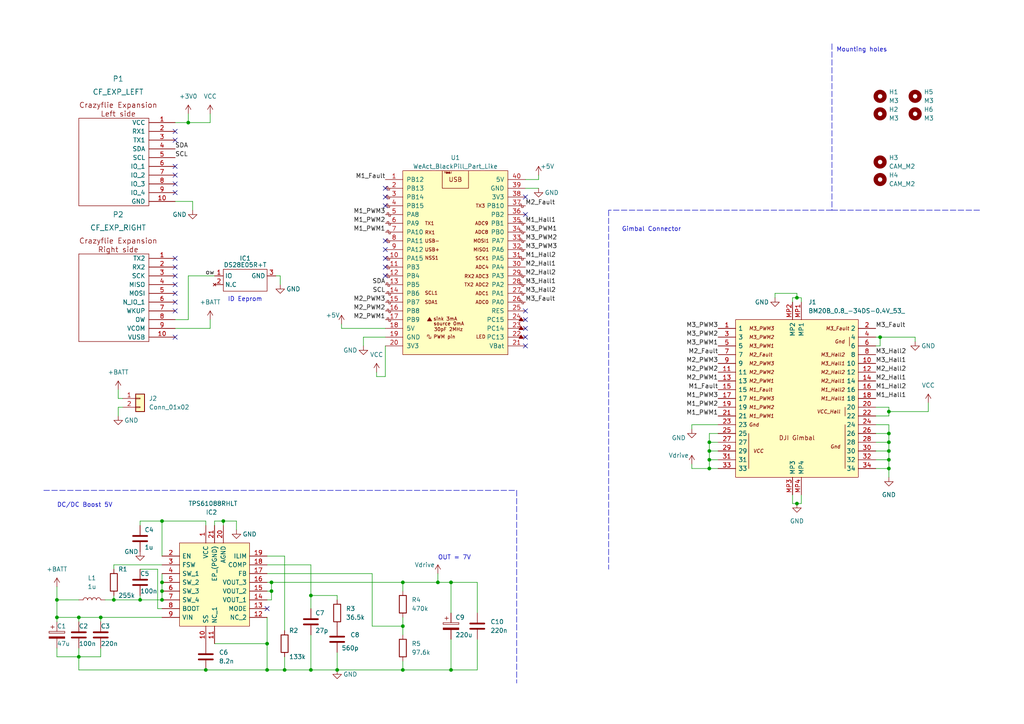
<source format=kicad_sch>
(kicad_sch (version 20211123) (generator eeschema)
  (paper "A4")
  (lib_symbols
    (symbol "Connector_Generic:Conn_01x02" (pin_names (offset 1.016) hide)
      (property "Reference" "J" (at 0 2.54 0))
      (property "Value" "Conn_01x02" (at 0 -5.08 0))
      (symbol "Conn_01x02_1_1"
        (pin passive line (at -5.08 0 0) (length 3.81) (name "Pin_1") (number "1"))
        (pin passive line (at -5.08 -2.54 0) (length 3.81) (name "Pin_2") (number "2"))
      )
    )
    (symbol "DJI_Gimbal:BM20B_0.8_-34DS-0.4V_53_" (pin_names (offset 0.762))
      (property "Reference" "J" (at -0.635 14.605 0))
      (property "Value" "BM20B_0.8_-34DS-0.4V_53_" (at -12.065 17.145 0))
      (symbol "BM20B_0.8_-34DS-0.4V_53__0_0"
        (text "DJI Gimbal" (at 0 -31.75 0) (effects (font (size 1.27 1.27))))
        (text "Gnd" (at -13.97 -27.94 0) (effects (font (size 1.016 1.016) italic) (justify left)))
        (text "Gnd" (at 12.7 -34.29 0) (effects (font (size 1.016 1.016) italic) (justify right)))
        (text "Gnd" (at 13.97 -3.81 0) (effects (font (size 1.016 1.016) italic) (justify right)))
        (text "M1_Fault" (at -13.97 -17.78 0) (effects (font (size 1.016 1.016) italic) (justify left)))
        (text "M1_Hall1" (at 13.97 -20.32 0) (effects (font (size 1.016 1.016) italic) (justify right)))
        (text "M1_Hall2" (at 13.97 -17.78 0) (effects (font (size 1.016 1.016) italic) (justify right)))
        (text "M1_PWM1" (at -13.97 -25.4 0) (effects (font (size 1.016 1.016) italic) (justify left)))
        (text "M1_PWM2" (at -13.97 -22.86 0) (effects (font (size 1.016 1.016) italic) (justify left)))
        (text "M1_PWM3" (at -13.97 -20.32 0) (effects (font (size 1.016 1.016) italic) (justify left)))
        (text "M2_Fault" (at -13.97 -7.62 0) (effects (font (size 1.016 1.016) italic) (justify left)))
        (text "M2_Hall1" (at 13.97 -15.24 0) (effects (font (size 1.016 1.016) italic) (justify right)))
        (text "M2_Hall2" (at 13.97 -12.7 0) (effects (font (size 1.016 1.016) italic) (justify right)))
        (text "M2_PWM1" (at -13.97 -15.24 0) (effects (font (size 1.016 1.016) italic) (justify left)))
        (text "M2_PWM2" (at -13.97 -12.7 0) (effects (font (size 1.016 1.016) italic) (justify left)))
        (text "M2_PWM3" (at -13.97 -10.16 0) (effects (font (size 1.016 1.016) italic) (justify left)))
        (text "M3_Fault" (at 15.24 0 0) (effects (font (size 1.016 1.016) italic) (justify right)))
        (text "M3_Hall1" (at 13.97 -10.16 0) (effects (font (size 1.016 1.016) italic) (justify right)))
        (text "M3_Hall2" (at 13.97 -7.62 0) (effects (font (size 1.016 1.016) italic) (justify right)))
        (text "M3_PWM1" (at -13.97 -5.08 0) (effects (font (size 1.016 1.016) italic) (justify left)))
        (text "M3_PWM2" (at -13.97 -2.54 0) (effects (font (size 1.016 1.016) italic) (justify left)))
        (text "M3_PWM3" (at -13.97 0 0) (effects (font (size 1.016 1.016) italic) (justify left)))
        (text "VCC" (at -12.7 -35.56 0) (effects (font (size 1.016 1.016) italic) (justify left)))
        (text "VCC_Hall" (at 12.7 -24.13 0) (effects (font (size 1.016 1.016) italic) (justify right)))
        (pin passive line (at -22.86 0 0) (length 5.08) (name "1") (number "1"))
        (pin passive line (at 22.86 -10.16 180) (length 5.08) (name "10") (number "10"))
        (pin passive line (at -22.86 -12.7 0) (length 5.08) (name "11") (number "11"))
        (pin passive line (at 22.86 -12.7 180) (length 5.08) (name "12") (number "12"))
        (pin passive line (at -22.86 -15.24 0) (length 5.08) (name "13") (number "13"))
        (pin passive line (at 22.86 -15.24 180) (length 5.08) (name "14") (number "14"))
        (pin passive line (at -22.86 -17.78 0) (length 5.08) (name "15") (number "15"))
        (pin passive line (at 22.86 -17.78 180) (length 5.08) (name "16") (number "16"))
        (pin passive line (at -22.86 -20.32 0) (length 5.08) (name "17") (number "17"))
        (pin passive line (at 22.86 -20.32 180) (length 5.08) (name "18") (number "18"))
        (pin passive line (at -22.86 -22.86 0) (length 5.08) (name "19") (number "19"))
        (pin passive line (at 22.86 0 180) (length 5.08) (name "2") (number "2"))
        (pin passive line (at 22.86 -22.86 180) (length 5.08) (name "20") (number "20"))
        (pin passive line (at -22.86 -25.4 0) (length 5.08) (name "21") (number "21"))
        (pin passive line (at 22.86 -25.4 180) (length 5.08) (name "22") (number "22"))
        (pin passive line (at -22.86 -27.94 0) (length 5.08) (name "23") (number "23"))
        (pin passive line (at 22.86 -27.94 180) (length 5.08) (name "24") (number "24"))
        (pin passive line (at -22.86 -30.48 0) (length 5.08) (name "25") (number "25"))
        (pin passive line (at 22.86 -30.48 180) (length 5.08) (name "26") (number "26"))
        (pin passive line (at -22.86 -33.02 0) (length 5.08) (name "27") (number "27"))
        (pin passive line (at 22.86 -33.02 180) (length 5.08) (name "28") (number "28"))
        (pin passive line (at -22.86 -35.56 0) (length 5.08) (name "29") (number "29"))
        (pin passive line (at -22.86 -2.54 0) (length 5.08) (name "3") (number "3"))
        (pin passive line (at 22.86 -35.56 180) (length 5.08) (name "30") (number "30"))
        (pin passive line (at -22.86 -38.1 0) (length 5.08) (name "31") (number "31"))
        (pin passive line (at 22.86 -38.1 180) (length 5.08) (name "32") (number "32"))
        (pin passive line (at -22.86 -40.64 0) (length 5.08) (name "33") (number "33"))
        (pin passive line (at 22.86 -40.64 180) (length 5.08) (name "34") (number "34"))
        (pin passive line (at 22.86 -2.54 180) (length 5.08) (name "4") (number "4"))
        (pin passive line (at -22.86 -5.08 0) (length 5.08) (name "5") (number "5"))
        (pin passive line (at 22.86 -5.08 180) (length 5.08) (name "6") (number "6"))
        (pin passive line (at -22.86 -7.62 0) (length 5.08) (name "7") (number "7"))
        (pin passive line (at 22.86 -7.62 180) (length 5.08) (name "8") (number "8"))
        (pin passive line (at -22.86 -10.16 0) (length 5.08) (name "9") (number "9"))
        (pin passive line (at 1.27 7.62 270) (length 5.08) (name "MP1") (number "MP1"))
        (pin passive line (at -1.27 7.62 270) (length 5.08) (name "MP2") (number "MP2"))
        (pin passive line (at -1.27 -48.26 90) (length 5.08) (name "MP3") (number "MP3"))
        (pin passive line (at 1.27 -48.26 90) (length 5.08) (name "MP4") (number "MP4"))
      )
    )
    (symbol "DJI_Gimbal:CF_EXP_LEFT" (pin_names (offset 1.016))
      (property "Reference" "P" (at 0 -13.97 0))
      (property "Value" "CF_EXP_LEFT" (at 0 -16.51 0))
      (symbol "CF_EXP_LEFT_0_0"
        (text "Crazyflie Expansion" (at 1.27 16.51 0) (effects (font (size 1.524 1.524))))
        (text "Left side" (at 1.27 13.97 0) (effects (font (size 1.524 1.524))))
      )
      (symbol "CF_EXP_LEFT_1_1"
        (pin power_out line (at 17.78 11.43 180) (length 7.62) (name "VCC") (number "1"))
        (pin power_out line (at 17.78 -11.43 180) (length 7.62) (name "GND") (number "10"))
        (pin bidirectional line (at 17.78 8.89 180) (length 7.62) (name "RX1") (number "2"))
        (pin bidirectional line (at 17.78 6.35 180) (length 7.62) (name "TX1") (number "3"))
        (pin output line (at 17.78 3.81 180) (length 7.62) (name "SDA") (number "4"))
        (pin bidirectional line (at 17.78 1.27 180) (length 7.62) (name "SCL") (number "5"))
        (pin bidirectional line (at 17.78 -1.27 180) (length 7.62) (name "IO_1") (number "6"))
        (pin bidirectional line (at 17.78 -3.81 180) (length 7.62) (name "IO_2") (number "7"))
        (pin bidirectional line (at 17.78 -6.35 180) (length 7.62) (name "IO_3") (number "8"))
        (pin bidirectional line (at 17.78 -8.89 180) (length 7.62) (name "IO_4") (number "9"))
      )
    )
    (symbol "DJI_Gimbal:CF_EXP_RIGHT" (pin_names (offset 1.016))
      (property "Reference" "P" (at 0 -13.97 0))
      (property "Value" "CF_EXP_RIGHT" (at 0 -16.51 0))
      (symbol "CF_EXP_RIGHT_0_0"
        (text "Crazyflie Expansion" (at 1.27 16.51 0) (effects (font (size 1.524 1.524))))
        (text "Right side" (at 1.27 13.97 0) (effects (font (size 1.524 1.524))))
      )
      (symbol "CF_EXP_RIGHT_1_1"
        (pin bidirectional line (at 17.78 11.43 180) (length 7.62) (name "TX2") (number "1"))
        (pin power_out line (at 17.78 -11.43 180) (length 7.62) (name "VUSB") (number "10"))
        (pin bidirectional line (at 17.78 8.89 180) (length 7.62) (name "RX2") (number "2"))
        (pin output line (at 17.78 6.35 180) (length 7.62) (name "SCK") (number "3"))
        (pin bidirectional line (at 17.78 3.81 180) (length 7.62) (name "MISO") (number "4"))
        (pin bidirectional line (at 17.78 1.27 180) (length 7.62) (name "MOSI") (number "5"))
        (pin bidirectional line (at 17.78 -1.27 180) (length 7.62) (name "N_IO_1") (number "6"))
        (pin bidirectional line (at 17.78 -3.81 180) (length 7.62) (name "WKUP") (number "7"))
        (pin bidirectional line (at 17.78 -6.35 180) (length 7.62) (name "OW") (number "8"))
        (pin power_out line (at 17.78 -8.89 180) (length 7.62) (name "VCOM") (number "9"))
      )
    )
    (symbol "DJI_Gimbal:DS28E05R+T"
      (property "Reference" "IC?" (at 0 5.08 0))
      (property "Value" "DS28E05R+T" (at 0 3.175 0))
      (symbol "DS28E05R+T_1_1"
        (pin bidirectional line (at -8.89 0 0) (length 2.54) (name "IO") (number "1"))
        (pin no_connect line (at -8.89 -2.54 0) (length 2.54) (name "N.C") (number "2"))
        (pin input line (at 8.89 0 180) (length 2.54) (name "GND") (number "3"))
      )
    )
    (symbol "DJI_Gimbal:TPS61088RHLT" (pin_names (offset 0.762))
      (property "Reference" "IC" (at 26.67 22.86 0))
      (property "Value" "TPS61088RHLT" (at 26.67 20.32 0))
      (symbol "TPS61088RHLT_0_0"
        (pin passive line (at 12.7 8.89 270) (length 5.08) (name "VCC") (number "1"))
        (pin passive line (at 12.7 -25.4 90) (length 5.08) (name "SS") (number "10"))
        (pin passive line (at 15.24 -25.4 90) (length 5.08) (name "NC_1") (number "11"))
        (pin passive line (at 30.48 -17.78 180) (length 5.08) (name "NC_2") (number "12"))
        (pin passive line (at 30.48 -15.24 180) (length 5.08) (name "MODE") (number "13"))
        (pin passive line (at 30.48 -12.7 180) (length 5.08) (name "VOUT_1") (number "14"))
        (pin passive line (at 30.48 -10.16 180) (length 5.08) (name "VOUT_2") (number "15"))
        (pin passive line (at 30.48 -7.62 180) (length 5.08) (name "VOUT_3") (number "16"))
        (pin passive line (at 30.48 -5.08 180) (length 5.08) (name "FB") (number "17"))
        (pin passive line (at 30.48 -2.54 180) (length 5.08) (name "COMP") (number "18"))
        (pin passive line (at 30.48 0 180) (length 5.08) (name "ILIM") (number "19"))
        (pin passive line (at 0 0 0) (length 5.08) (name "EN") (number "2"))
        (pin passive line (at 17.78 8.89 270) (length 5.08) (name "AGND") (number "20"))
        (pin passive line (at 15.24 8.89 270) (length 5.08) (name "EP_(PGND)") (number "21"))
        (pin passive line (at 0 -2.54 0) (length 5.08) (name "FSW") (number "3"))
        (pin passive line (at 0 -5.08 0) (length 5.08) (name "SW_1") (number "4"))
        (pin passive line (at 0 -7.62 0) (length 5.08) (name "SW_2") (number "5"))
        (pin passive line (at 0 -10.16 0) (length 5.08) (name "SW_3") (number "6"))
        (pin passive line (at 0 -12.7 0) (length 5.08) (name "SW_4") (number "7"))
        (pin passive line (at 0 -15.24 0) (length 5.08) (name "BOOT") (number "8"))
        (pin passive line (at 0 -17.78 0) (length 5.08) (name "VIN") (number "9"))
      )
    )
    (symbol "DJI_Gimbal:WeAct_BlackPill_Part_Like" (pin_names (offset 1.016))
      (property "Reference" "U" (at -12.7 27.94 0))
      (property "Value" "WeAct_BlackPill_Part_Like" (at 0 2.54 90))
      (symbol "WeAct_BlackPill_Part_Like_0_0"
        (text "30pF 2MHz" (at -2.032 -20.574 0) (effects (font (size 0.9906 0.9906))))
        (text "ADC0" (at 7.747 -12.7 0) (effects (font (size 0.9906 0.9906))))
        (text "ADC1" (at 7.747 -10.16 0) (effects (font (size 0.9906 0.9906))))
        (text "ADC2" (at 7.747 -7.62 0) (effects (font (size 0.9906 0.9906))))
        (text "ADC3" (at 7.747 -5.207 0) (effects (font (size 0.9906 0.9906))))
        (text "ADC4" (at 7.747 -2.54 0) (effects (font (size 0.9906 0.9906))))
        (text "ADC8" (at 7.62 7.62 0) (effects (font (size 0.9906 0.9906))))
        (text "ADC9" (at 7.62 10.16 0) (effects (font (size 0.9906 0.9906))))
        (text "LED" (at 7.366 -22.733 0) (effects (font (size 0.9906 0.9906))))
        (text "MISO1" (at 7.493 2.54 0) (effects (font (size 0.9906 0.9906))))
        (text "MOSI1" (at 7.493 5.08 0) (effects (font (size 0.9906 0.9906))))
        (text "NSS1" (at -6.858 0.127 0) (effects (font (size 0.9906 0.9906))))
        (text "PWM pin" (at -3.175 -22.733 0) (effects (font (size 0.9906 0.9906))))
        (text "RX1" (at -7.366 7.493 0) (effects (font (size 0.9906 0.9906))))
        (text "RX2" (at 4.064 -5.207 0) (effects (font (size 0.9906 0.9906))))
        (text "SCK1" (at 7.747 0 0) (effects (font (size 0.9906 0.9906))))
        (text "SCL1" (at -6.985 -10.033 0) (effects (font (size 0.9906 0.9906))))
        (text "SDA1" (at -6.985 -12.7 0) (effects (font (size 0.9906 0.9906))))
        (text "sink 3mA" (at -2.921 -17.526 0) (effects (font (size 0.9906 0.9906))))
        (text "source 0mA" (at -1.905 -18.923 0) (effects (font (size 0.9906 0.9906))))
        (text "TX1" (at -7.493 10.16 0) (effects (font (size 0.9906 0.9906))))
        (text "TX2" (at 3.937 -7.62 0) (effects (font (size 0.9906 0.9906))))
        (text "TX3" (at 7.239 15.24 0) (effects (font (size 0.9906 0.9906))))
        (text "USB" (at 0 22.86 0) (effects (font (size 1.27 1.27))))
        (text "USB+" (at -6.731 2.54 0) (effects (font (size 0.9906 0.9906))))
        (text "USB-" (at -6.731 5.08 0) (effects (font (size 0.9906 0.9906))))
        (text "Y@@J" (at -2.159 24.892 0) (effects (font (size 0.508 0.508))))
      )
      (symbol "WeAct_BlackPill_Part_Like_1_1"
        (pin bidirectional line (at -20.32 22.86 0) (length 5.08) (name "PB12") (number "1"))
        (pin bidirectional line (at -20.32 0 0) (length 5.08) (name "PA15") (number "10"))
        (pin bidirectional line (at -20.32 -2.54 0) (length 5.08) (name "PB3") (number "11"))
        (pin bidirectional line (at -20.32 -5.08 0) (length 5.08) (name "PB4") (number "12"))
        (pin bidirectional line (at -20.32 -7.62 0) (length 5.08) (name "PB5") (number "13"))
        (pin bidirectional line (at -20.32 -10.16 0) (length 5.08) (name "PB6") (number "14"))
        (pin bidirectional line (at -20.32 -12.7 0) (length 5.08) (name "PB7") (number "15"))
        (pin bidirectional line (at -20.32 -15.24 0) (length 5.08) (name "PB8") (number "16"))
        (pin bidirectional line (at -20.32 -17.78 0) (length 5.08) (name "PB9") (number "17"))
        (pin power_in line (at -20.32 -20.32 0) (length 5.08) (name "5V") (number "18"))
        (pin power_in line (at -20.32 -22.86 0) (length 5.08) (name "GND") (number "19"))
        (pin bidirectional line (at -20.32 20.32 0) (length 5.08) (name "PB13") (number "2"))
        (pin power_in line (at -20.32 -25.4 0) (length 5.08) (name "3V3") (number "20"))
        (pin power_in line (at 20.32 -25.4 180) (length 5.08) (name "VBat") (number "21"))
        (pin bidirectional line (at 20.32 -22.86 180) (length 5.08) (name "PC13") (number "22"))
        (pin bidirectional line (at 20.32 -20.32 180) (length 5.08) (name "PC14") (number "23"))
        (pin bidirectional line (at 20.32 -17.78 180) (length 5.08) (name "PC15") (number "24"))
        (pin input line (at 20.32 -15.24 180) (length 5.08) (name "RES") (number "25"))
        (pin bidirectional line (at 20.32 -12.7 180) (length 5.08) (name "PA0") (number "26"))
        (pin bidirectional line (at 20.32 -10.16 180) (length 5.08) (name "PA1") (number "27"))
        (pin bidirectional line (at 20.32 -7.62 180) (length 5.08) (name "PA2") (number "28"))
        (pin bidirectional line (at 20.32 -5.08 180) (length 5.08) (name "PA3") (number "29"))
        (pin bidirectional line (at -20.32 17.78 0) (length 5.08) (name "PB14") (number "3"))
        (pin bidirectional line (at 20.32 -2.54 180) (length 5.08) (name "PA4") (number "30"))
        (pin bidirectional line (at 20.32 0 180) (length 5.08) (name "PA5") (number "31"))
        (pin bidirectional line (at 20.32 2.54 180) (length 5.08) (name "PA6") (number "32"))
        (pin bidirectional line (at 20.32 5.08 180) (length 5.08) (name "PA7") (number "33"))
        (pin bidirectional line (at 20.32 7.62 180) (length 5.08) (name "PB0") (number "34"))
        (pin bidirectional line (at 20.32 10.16 180) (length 5.08) (name "PB1") (number "35"))
        (pin bidirectional line (at 20.32 12.7 180) (length 5.08) (name "PB2") (number "36"))
        (pin bidirectional line (at 20.32 15.24 180) (length 5.08) (name "PB10") (number "37"))
        (pin power_in line (at 20.32 17.78 180) (length 5.08) (name "3V3") (number "38"))
        (pin power_in line (at 20.32 20.32 180) (length 5.08) (name "GND") (number "39"))
        (pin bidirectional line (at -20.32 15.24 0) (length 5.08) (name "PB15") (number "4"))
        (pin power_in line (at 20.32 22.86 180) (length 5.08) (name "5V") (number "40"))
        (pin bidirectional line (at -20.32 12.7 0) (length 5.08) (name "PA8") (number "5"))
        (pin bidirectional line (at -20.32 10.16 0) (length 5.08) (name "PA9") (number "6"))
        (pin bidirectional line (at -20.32 7.62 0) (length 5.08) (name "PA10") (number "7"))
        (pin bidirectional line (at -20.32 5.08 0) (length 5.08) (name "PA11") (number "8"))
        (pin bidirectional line (at -20.32 2.54 0) (length 5.08) (name "PA12") (number "9"))
      )
    )
    (symbol "Device:C" (pin_numbers hide) (pin_names (offset 0.254))
      (property "Reference" "C" (at 0.635 2.54 0))
      (property "Value" "C" (at 0.635 -2.54 0))
      (symbol "C_1_1"
        (pin passive line (at 0 3.81 270) (length 2.794) (name "~") (number "1"))
        (pin passive line (at 0 -3.81 90) (length 2.794) (name "~") (number "2"))
      )
    )
    (symbol "Device:C_Polarized" (pin_numbers hide) (pin_names (offset 0.254))
      (property "Reference" "C" (at 0.635 2.54 0))
      (property "Value" "C_Polarized" (at 0.635 -2.54 0))
      (symbol "C_Polarized_1_1"
        (pin passive line (at 0 3.81 270) (length 2.794) (name "~") (number "1"))
        (pin passive line (at 0 -3.81 90) (length 2.794) (name "~") (number "2"))
      )
    )
    (symbol "Device:L" (pin_numbers hide) (pin_names (offset 1.016) hide)
      (property "Reference" "L" (at -1.27 0 90))
      (property "Value" "L" (at 1.905 0 90))
      (symbol "L_1_1"
        (pin passive line (at 0 3.81 270) (length 1.27) (name "1") (number "1"))
        (pin passive line (at 0 -3.81 90) (length 1.27) (name "2") (number "2"))
      )
    )
    (symbol "Device:R" (pin_numbers hide) (pin_names (offset 0))
      (property "Reference" "R" (at 2.032 0 90))
      (property "Value" "R" (at 0 0 90))
      (symbol "R_1_1"
        (pin passive line (at 0 3.81 270) (length 1.27) (name "~") (number "1"))
        (pin passive line (at 0 -3.81 90) (length 1.27) (name "~") (number "2"))
      )
    )
    (symbol "Mechanical:MountingHole" (pin_names (offset 1.016))
      (property "Reference" "H" (at 0 5.08 0))
      (property "Value" "MountingHole" (at 0 3.175 0))
    )
    (symbol "power:+3V0" (power) (pin_names (offset 0))
      (property "Value" "+3V0" (at 0 3.556 0))
      (symbol "+3V0_1_1"
        (pin power_in line (at 0 0 90) (length 0) hide (name "+3V0") (number "1"))
      )
    )
    (symbol "power:+5V" (power) (pin_names (offset 0))
      (property "Value" "+5V" (at 0 3.556 0))
      (symbol "+5V_1_1"
        (pin power_in line (at 0 0 90) (length 0) hide (name "+5V") (number "1"))
      )
    )
    (symbol "power:+BATT" (power) (pin_names (offset 0))
      (property "Value" "+BATT" (at 0 3.556 0))
      (symbol "+BATT_1_1"
        (pin power_in line (at 0 0 90) (length 0) hide (name "+BATT") (number "1"))
      )
    )
    (symbol "power:GND" (power) (pin_names (offset 0))
      (property "Value" "GND" (at 0 -3.81 0))
      (symbol "GND_1_1"
        (pin power_in line (at 0 0 270) (length 0) hide (name "GND") (number "1"))
      )
    )
    (symbol "power:VCC" (power) (pin_names (offset 0))
      (property "Value" "VCC" (at 0 3.81 0))
      (symbol "VCC_1_1"
        (pin power_in line (at 0 0 90) (length 0) hide (name "VCC") (number "1"))
      )
    )
    (symbol "power:Vdrive" (power) (pin_names (offset 0))
      (property "Value" "Vdrive" (at 0 3.81 0))
      (symbol "Vdrive_1_1"
        (pin power_in line (at 0 0 90) (length 0) hide (name "Vdrive") (number "1"))
      )
    )
  )
  (junction (at 116.84 194.31))
  (junction (at 130.81 168.91))
  (junction (at 205.74 130.81))
  (junction (at 54.61 35.56))
  (junction (at 16.51 179.07))
  (junction (at 78.74 168.91))
  (junction (at 22.86 190.5))
  (junction (at 130.81 194.31))
  (junction (at 59.69 194.31))
  (junction (at 257.81 128.27))
  (junction (at 90.17 172.72))
  (junction (at 29.21 179.07))
  (junction (at 231.14 146.05))
  (junction (at 257.81 133.35))
  (junction (at 46.99 171.45))
  (junction (at 46.99 151.13))
  (junction (at 82.55 194.31))
  (junction (at 46.99 168.91))
  (junction (at 46.99 173.99))
  (junction (at 205.74 128.27))
  (junction (at 33.02 173.99))
  (junction (at 90.17 194.31))
  (junction (at 77.47 186.69))
  (junction (at 22.86 179.07))
  (junction (at 97.79 194.31))
  (junction (at 78.74 171.45))
  (junction (at 205.74 135.89))
  (junction (at 257.81 125.73))
  (junction (at 257.81 130.81))
  (junction (at 257.81 119.38))
  (junction (at 64.77 151.13))
  (junction (at 127 168.91))
  (junction (at 116.84 181.61))
  (junction (at 205.74 133.35))
  (junction (at 231.14 86.36))
  (junction (at 16.51 173.99))
  (junction (at 255.27 97.79))
  (junction (at 116.84 168.91))
  (junction (at 257.81 135.89))
  (junction (at 77.47 194.31))
  (junction (at 40.64 173.99))
  (no_connect (at 152.4 100.33))
  (no_connect (at 111.76 74.93))
  (no_connect (at 111.76 77.47))
  (no_connect (at 111.76 69.85))
  (no_connect (at 111.76 72.39))
  (no_connect (at 111.76 80.01))
  (no_connect (at 50.8 48.26))
  (no_connect (at 50.8 50.8))
  (no_connect (at 50.8 53.34))
  (no_connect (at 50.8 55.88))
  (no_connect (at 50.8 38.1))
  (no_connect (at 50.8 40.64))
  (no_connect (at 111.76 54.61))
  (no_connect (at 111.76 57.15))
  (no_connect (at 111.76 59.69))
  (no_connect (at 152.4 57.15))
  (no_connect (at 152.4 62.23))
  (no_connect (at 152.4 90.17))
  (no_connect (at 152.4 97.79))
  (no_connect (at 50.8 97.79))
  (no_connect (at 77.47 176.53))
  (no_connect (at 50.8 77.47))
  (no_connect (at 50.8 80.01))
  (no_connect (at 50.8 82.55))
  (no_connect (at 50.8 85.09))
  (no_connect (at 50.8 87.63))
  (no_connect (at 50.8 90.17))
  (no_connect (at 50.8 74.93))
  (no_connect (at 152.4 95.25))
  (no_connect (at 152.4 92.71))
  (wire (pts (xy 16.51 173.99) (xy 22.86 173.99)))
  (wire (pts (xy 254 123.19) (xy 257.81 123.19)))
  (wire (pts (xy 257.81 133.35) (xy 257.81 135.89)))
  (wire (pts (xy 77.47 179.07) (xy 77.47 186.69)))
  (wire (pts (xy 205.74 128.27) (xy 205.74 130.81)))
  (wire (pts (xy 90.17 184.15) (xy 90.17 194.31)))
  (wire (pts (xy 77.47 168.91) (xy 78.74 168.91)))
  (wire (pts (xy 130.81 168.91) (xy 127 168.91)))
  (wire (pts (xy 22.86 190.5) (xy 16.51 190.5)))
  (wire (pts (xy 229.87 146.05) (xy 231.14 146.05)))
  (wire (pts (xy 265.43 99.06) (xy 265.43 97.79)))
  (wire (pts (xy 116.84 168.91) (xy 116.84 171.45)))
  (wire (pts (xy 40.64 151.13) (xy 46.99 151.13)))
  (wire (pts (xy 127 166.37) (xy 127 168.91)))
  (wire (pts (xy 77.47 171.45) (xy 78.74 171.45)))
  (wire (pts (xy 224.79 85.09) (xy 231.14 85.09)))
  (wire (pts (xy 254 133.35) (xy 257.81 133.35)))
  (wire (pts (xy 257.81 119.38) (xy 257.81 120.65)))
  (wire (pts (xy 60.96 35.56) (xy 54.61 35.56)))
  (wire (pts (xy 130.81 185.42) (xy 130.81 194.31)))
  (wire (pts (xy 60.96 92.71) (xy 60.96 95.25)))
  (wire (pts (xy 82.55 161.29) (xy 77.47 161.29)))
  (wire (pts (xy 59.69 151.13) (xy 46.99 151.13)))
  (wire (pts (xy 107.95 181.61) (xy 116.84 181.61)))
  (wire (pts (xy 22.86 180.34) (xy 22.86 179.07)))
  (wire (pts (xy 82.55 194.31) (xy 77.47 194.31)))
  (wire (pts (xy 97.79 172.72) (xy 97.79 173.99)))
  (wire (pts (xy 255.27 97.79) (xy 255.27 100.33)))
  (wire (pts (xy 60.96 95.25) (xy 50.8 95.25)))
  (wire (pts (xy 254 118.11) (xy 257.81 118.11)))
  (wire (pts (xy 229.87 87.63) (xy 229.87 86.36)))
  (wire (pts (xy 254 130.81) (xy 257.81 130.81)))
  (wire (pts (xy 22.86 190.5) (xy 22.86 194.31)))
  (wire (pts (xy 33.02 165.1) (xy 33.02 163.83)))
  (wire (pts (xy 46.99 171.45) (xy 46.99 173.99)))
  (wire (pts (xy 68.58 153.67) (xy 68.58 151.13)))
  (wire (pts (xy 156.21 50.8) (xy 156.21 52.07)))
  (wire (pts (xy 116.84 194.31) (xy 130.81 194.31)))
  (wire (pts (xy 99.06 93.98) (xy 99.06 95.25)))
  (wire (pts (xy 46.99 176.53) (xy 45.72 176.53)))
  (wire (pts (xy 254 97.79) (xy 255.27 97.79)))
  (wire (pts (xy 80.01 80.01) (xy 81.28 80.01)))
  (wire (pts (xy 107.95 166.37) (xy 107.95 181.61)))
  (wire (pts (xy 62.23 152.4) (xy 62.23 151.13)))
  (wire (pts (xy 229.87 86.36) (xy 231.14 86.36)))
  (wire (pts (xy 40.64 173.99) (xy 46.99 173.99)))
  (wire (pts (xy 30.48 173.99) (xy 33.02 173.99)))
  (wire (pts (xy 105.41 97.79) (xy 111.76 97.79)))
  (wire (pts (xy 111.76 100.33) (xy 111.76 109.22)))
  (wire (pts (xy 205.74 133.35) (xy 208.28 133.35)))
  (wire (pts (xy 78.74 168.91) (xy 78.74 171.45)))
  (wire (pts (xy 77.47 186.69) (xy 62.23 186.69)))
  (wire (pts (xy 229.87 143.51) (xy 229.87 146.05)))
  (wire (pts (xy 231.14 85.09) (xy 231.14 86.36)))
  (wire (pts (xy 130.81 168.91) (xy 130.81 177.8)))
  (polyline (pts (xy 176.53 60.96) (xy 176.53 165.1)))
  (wire (pts (xy 78.74 171.45) (xy 78.74 173.99)))
  (wire (pts (xy 59.69 152.4) (xy 59.69 151.13)))
  (wire (pts (xy 257.81 128.27) (xy 257.81 130.81)))
  (wire (pts (xy 59.69 194.31) (xy 77.47 194.31)))
  (wire (pts (xy 97.79 194.31) (xy 116.84 194.31)))
  (wire (pts (xy 54.61 80.01) (xy 62.23 80.01)))
  (wire (pts (xy 82.55 190.5) (xy 82.55 194.31)))
  (wire (pts (xy 205.74 130.81) (xy 205.74 133.35)))
  (wire (pts (xy 269.24 116.84) (xy 269.24 119.38)))
  (wire (pts (xy 265.43 97.79) (xy 255.27 97.79)))
  (wire (pts (xy 81.28 80.01) (xy 81.28 82.55)))
  (wire (pts (xy 55.88 58.42) (xy 55.88 60.96)))
  (wire (pts (xy 62.23 151.13) (xy 64.77 151.13)))
  (wire (pts (xy 68.58 151.13) (xy 64.77 151.13)))
  (wire (pts (xy 16.51 190.5) (xy 16.51 187.96)))
  (wire (pts (xy 22.86 190.5) (xy 29.21 190.5)))
  (wire (pts (xy 60.96 33.02) (xy 60.96 35.56)))
  (wire (pts (xy 138.43 168.91) (xy 130.81 168.91)))
  (wire (pts (xy 29.21 180.34) (xy 29.21 179.07)))
  (wire (pts (xy 200.66 135.89) (xy 205.74 135.89)))
  (wire (pts (xy 90.17 172.72) (xy 97.79 172.72)))
  (wire (pts (xy 46.99 166.37) (xy 46.99 168.91)))
  (wire (pts (xy 16.51 179.07) (xy 16.51 180.34)))
  (wire (pts (xy 40.64 152.4) (xy 40.64 151.13)))
  (wire (pts (xy 257.81 135.89) (xy 257.81 138.43)))
  (wire (pts (xy 116.84 168.91) (xy 127 168.91)))
  (wire (pts (xy 78.74 168.91) (xy 116.84 168.91)))
  (wire (pts (xy 45.72 165.1) (xy 40.64 165.1)))
  (polyline (pts (xy 241.3 12.7) (xy 241.3 60.96)))
  (wire (pts (xy 232.41 86.36) (xy 232.41 87.63)))
  (polyline (pts (xy 241.3 60.96) (xy 284.48 60.96)))
  (wire (pts (xy 34.29 118.11) (xy 35.56 118.11)))
  (wire (pts (xy 77.47 186.69) (xy 77.47 194.31)))
  (wire (pts (xy 208.28 125.73) (xy 205.74 125.73)))
  (polyline (pts (xy 149.86 142.24) (xy 149.86 198.12)))
  (wire (pts (xy 255.27 100.33) (xy 254 100.33)))
  (wire (pts (xy 33.02 163.83) (xy 46.99 163.83)))
  (wire (pts (xy 269.24 119.38) (xy 257.81 119.38)))
  (wire (pts (xy 205.74 125.73) (xy 205.74 128.27)))
  (wire (pts (xy 254 125.73) (xy 257.81 125.73)))
  (wire (pts (xy 34.29 115.57) (xy 35.56 115.57)))
  (wire (pts (xy 16.51 173.99) (xy 16.51 179.07)))
  (wire (pts (xy 50.8 35.56) (xy 54.61 35.56)))
  (wire (pts (xy 254 128.27) (xy 257.81 128.27)))
  (wire (pts (xy 29.21 187.96) (xy 29.21 190.5)))
  (wire (pts (xy 40.64 172.72) (xy 40.64 173.99)))
  (wire (pts (xy 257.81 125.73) (xy 257.81 128.27)))
  (wire (pts (xy 200.66 124.46) (xy 200.66 123.19)))
  (wire (pts (xy 257.81 118.11) (xy 257.81 119.38)))
  (polyline (pts (xy 241.3 60.96) (xy 176.53 60.96)))
  (wire (pts (xy 99.06 95.25) (xy 111.76 95.25)))
  (wire (pts (xy 46.99 168.91) (xy 46.99 171.45)))
  (wire (pts (xy 54.61 80.01) (xy 54.61 92.71)))
  (wire (pts (xy 257.81 135.89) (xy 254 135.89)))
  (wire (pts (xy 46.99 151.13) (xy 46.99 161.29)))
  (wire (pts (xy 116.84 191.77) (xy 116.84 194.31)))
  (wire (pts (xy 22.86 194.31) (xy 59.69 194.31)))
  (wire (pts (xy 152.4 54.61) (xy 156.21 54.61)))
  (wire (pts (xy 33.02 173.99) (xy 40.64 173.99)))
  (wire (pts (xy 105.41 100.33) (xy 105.41 97.79)))
  (wire (pts (xy 205.74 130.81) (xy 208.28 130.81)))
  (wire (pts (xy 205.74 128.27) (xy 208.28 128.27)))
  (wire (pts (xy 138.43 177.8) (xy 138.43 168.91)))
  (wire (pts (xy 200.66 123.19) (xy 208.28 123.19)))
  (wire (pts (xy 29.21 179.07) (xy 46.99 179.07)))
  (wire (pts (xy 22.86 179.07) (xy 16.51 179.07)))
  (wire (pts (xy 33.02 172.72) (xy 33.02 173.99)))
  (wire (pts (xy 205.74 135.89) (xy 208.28 135.89)))
  (wire (pts (xy 97.79 189.23) (xy 97.79 194.31)))
  (wire (pts (xy 138.43 185.42) (xy 138.43 194.31)))
  (wire (pts (xy 77.47 166.37) (xy 107.95 166.37)))
  (wire (pts (xy 200.66 134.62) (xy 200.66 135.89)))
  (wire (pts (xy 90.17 176.53) (xy 90.17 172.72)))
  (wire (pts (xy 205.74 133.35) (xy 205.74 135.89)))
  (wire (pts (xy 34.29 113.03) (xy 34.29 115.57)))
  (wire (pts (xy 22.86 187.96) (xy 22.86 190.5)))
  (wire (pts (xy 54.61 35.56) (xy 54.61 33.02)))
  (wire (pts (xy 90.17 163.83) (xy 90.17 172.72)))
  (wire (pts (xy 34.29 120.65) (xy 34.29 118.11)))
  (wire (pts (xy 82.55 182.88) (xy 82.55 161.29)))
  (wire (pts (xy 16.51 170.18) (xy 16.51 173.99)))
  (wire (pts (xy 224.79 86.36) (xy 224.79 85.09)))
  (polyline (pts (xy 12.7 142.24) (xy 149.86 142.24)))
  (wire (pts (xy 45.72 176.53) (xy 45.72 165.1)))
  (wire (pts (xy 77.47 173.99) (xy 78.74 173.99)))
  (wire (pts (xy 90.17 194.31) (xy 82.55 194.31)))
  (wire (pts (xy 109.22 109.22) (xy 109.22 107.95)))
  (wire (pts (xy 111.76 109.22) (xy 109.22 109.22)))
  (wire (pts (xy 64.77 151.13) (xy 64.77 152.4)))
  (wire (pts (xy 130.81 194.31) (xy 138.43 194.31)))
  (wire (pts (xy 231.14 86.36) (xy 232.41 86.36)))
  (wire (pts (xy 50.8 58.42) (xy 55.88 58.42)))
  (wire (pts (xy 257.81 120.65) (xy 254 120.65)))
  (wire (pts (xy 156.21 52.07) (xy 152.4 52.07)))
  (wire (pts (xy 97.79 194.31) (xy 90.17 194.31)))
  (wire (pts (xy 116.84 181.61) (xy 116.84 184.15)))
  (wire (pts (xy 257.81 130.81) (xy 257.81 133.35)))
  (wire (pts (xy 231.14 146.05) (xy 232.41 146.05)))
  (wire (pts (xy 232.41 146.05) (xy 232.41 143.51)))
  (wire (pts (xy 77.47 163.83) (xy 90.17 163.83)))
  (wire (pts (xy 29.21 179.07) (xy 22.86 179.07)))
  (wire (pts (xy 116.84 179.07) (xy 116.84 181.61)))
  (wire (pts (xy 257.81 123.19) (xy 257.81 125.73)))
  (wire (pts (xy 50.8 92.71) (xy 54.61 92.71)))
  (text "Mounting holes" (at 242.57 15.24 0) (effects (font (size 1.27 1.27)) (justify left bottom)))
  (text "DC/DC Boost 5V" (at 16.51 147.32 0) (effects (font (size 1.27 1.27)) (justify left bottom)))
  (text "ID Eeprom" (at 66.04 87.63 0) (effects (font (size 1.27 1.27)) (justify left bottom)))
  (text "OUT = 7V\n" (at 127 162.56 0) (effects (font (size 1.27 1.27)) (justify left bottom)))
  (text "Gimbal Connector" (at 180.34 67.31 0) (effects (font (size 1.27 1.27)) (justify left bottom)))
  (label "M1_Hall1" (at 152.4 64.77 0))
  (label "M3_Hall2" (at 254 102.87 0))
  (label "M3_PWM2" (at 208.28 97.79 180))
  (label "M1_PWM1" (at 111.76 67.31 180))
  (label "SDA" (at 50.8 43.18 0))
  (label "M1_Fault" (at 111.76 52.07 180))
  (label "M1_PWM3" (at 208.28 115.57 180))
  (label "M1_Fault" (at 208.28 113.03 180))
  (label "M3_Fault" (at 254 95.25 0))
  (label "M2_Hall1" (at 254 110.49 0))
  (label "SCL" (at 50.8 45.72 0))
  (label "M1_Hall2" (at 254 113.03 0))
  (label "M2_PWM3" (at 208.28 105.41 180))
  (label "M1_Hall1" (at 254 115.57 0))
  (label "M3_Hall2" (at 152.4 85.09 0))
  (label "M2_PWM1" (at 208.28 110.49 180))
  (label "SDA" (at 111.76 82.55 180))
  (label "M3_Fault" (at 152.4 87.63 0))
  (label "M3_Hall1" (at 152.4 82.55 0))
  (label "M2_Hall1" (at 152.4 77.47 0))
  (label "M3_PWM3" (at 208.28 95.25 180))
  (label "M3_Hall1" (at 254 105.41 0))
  (label "M3_PWM1" (at 208.28 100.33 180))
  (label "M2_Fault" (at 208.28 102.87 180))
  (label "ow" (at 62.23 80.01 180))
  (label "M2_Hall2" (at 152.4 80.01 0))
  (label "M1_PWM2" (at 208.28 118.11 180))
  (label "M2_PWM2" (at 208.28 107.95 180))
  (label "M3_PWM2" (at 152.4 69.85 0))
  (label "M3_PWM3" (at 152.4 72.39 0))
  (label "M1_Hall2" (at 152.4 74.93 0))
  (label "M2_Fault" (at 152.4 59.69 0))
  (label "M2_PWM3" (at 111.76 87.63 180))
  (label "SCL" (at 111.76 85.09 180))
  (label "M2_PWM1" (at 111.76 92.71 180))
  (label "M1_PWM2" (at 111.76 64.77 180))
  (label "M2_PWM2" (at 111.76 90.17 180))
  (label "M1_PWM3" (at 111.76 62.23 180))
  (label "M3_PWM1" (at 152.4 67.31 0))
  (label "M2_Hall2" (at 254 107.95 0))
  (label "M1_PWM1" (at 208.28 120.65 180))
  (symbol (lib_id "DJI_Gimbal:WeAct_BlackPill_Part_Like") (at 132.08 74.93 0) (unit 1)
    (property "Reference" "U1" (at 132.08 45.72 0))
    (property "Value" "WeAct_BlackPill_Part_Like" (at 132.08 48.26 0))
    (property "Footprint" "DGI_Gimbal:YAAJ_WeAct_BlackPill_2" (effects hide))
  )
  (symbol (lib_id "power:GND") (at 224.79 86.36 0) (unit 1)
    (property "Reference" "#PWR0109" (effects hide))
    (property "Value" "GND" (at 220.98 87.63 0))
  )
  (symbol (lib_id "power:GND") (at 200.66 124.46 0) (unit 1)
    (property "Reference" "#PWR0104" (effects hide))
    (property "Value" "GND" (at 196.85 127 0))
  )
  (symbol (lib_id "DJI_Gimbal:CF_EXP_LEFT") (at 33.02 46.99 0) (unit 1)
    (property "Reference" "P1" (at 34.265 22.86 0) (effects (font (size 1.524 1.524))))
    (property "Value" "CF_EXP_LEFT" (at 34.265 26.67 0) (effects (font (size 1.524 1.524))))
    (property "Footprint" "DGI_Gimbal:BF090-10-X-B2" (effects hide))
  )
  (symbol (lib_id "power:GND") (at 34.29 120.65 0) (unit 1)
    (property "Reference" "#PWR0118" (effects hide))
    (property "Value" "GND" (at 38.1 121.92 0))
  )
  (symbol (lib_id "Mechanical:MountingHole") (at 265.43 33.02 0) (unit 1)
    (property "Reference" "H6" (at 267.97 31.7499 0) (effects (justify left)))
    (property "Value" "M3" (at 267.97 34.2899 0) (effects (justify left)))
    (property "Footprint" "MountingHole:MountingHole_3.2mm_M3_Pad_Via" (effects hide))
    (property "DNP" "DNP" (effects hide))
  )
  (symbol (lib_id "Mechanical:MountingHole") (at 255.27 46.99 0) (unit 1)
    (property "Reference" "H3" (at 257.81 45.7199 0) (effects (justify left)))
    (property "Value" "CAM_M2" (at 257.81 48.2599 0) (effects (justify left)))
    (property "Footprint" "MountingHole:MountingHole_2.2mm_M2_Pad_Via" (effects hide))
    (property "DNP" "DNP" (effects hide))
  )
  (symbol (lib_id "power:VCC") (at 60.96 33.02 0) (unit 1)
    (property "Reference" "#PWR0113" (effects hide))
    (property "Value" "VCC" (at 60.96 27.94 0))
  )
  (symbol (lib_id "DJI_Gimbal:BM20B_0.8_-34DS-0.4V_53_") (at 231.14 95.25 0) (unit 1)
    (property "Reference" "J1" (at 234.4294 87.63 0) (effects (justify left)))
    (property "Value" "BM20B_0.8_-34DS-0.4V_53_" (at 234.4294 90.17 0) (effects (justify left)))
    (property "Footprint" "DGI_Gimbal:BM20B0834DS04V53" (effects hide))
    (property "Datasheet" "https://www.hirose.com/en/product/document?clcode=CL0684-9020-0-53&productname=BM20B(0.8)-34DS-0.4V(53)&series=BM20&documenttype=2DDrawing&lang=en&documentid=0001372404" (effects hide))
    (property "Description" "Board to Board & Mezzanine Connectors 34P DR RCP B2B/B2FPC 0.8mm H 0.4mm P VSMT" (effects hide))
    (property "Height" "0.9" (effects hide))
    (property "Mouser Part Number" "798-BM20B0834DS04V53" (effects hide))
    (property "Mouser Price/Stock" "https://www.mouser.co.uk/ProductDetail/Hirose-Connector/BM20B08-34DS-04V53?qs=AAveGqk956HKBDZ2sUIWMg%3D%3D" (effects hide))
    (property "Manufacturer_Name" "Hirose" (effects hide))
    (property "Manufacturer_Part_Number" "BM20B(0.8)-34DS-0.4V(53)" (effects hide))
    (property "MFR" "Hirose" (effects hide))
    (property "MPN" "BM20B(0.8)-34DS-0.4V(53)" (effects hide))
  )
  (symbol (lib_id "power:GND") (at 68.58 153.67 0) (unit 1)
    (property "Reference" "#PWR0119" (effects hide))
    (property "Value" "GND" (at 72.39 154.94 0))
  )
  (symbol (lib_id "power:+BATT") (at 34.29 113.03 0) (mirror y) (unit 1)
    (property "Reference" "#PWR0117" (effects hide))
    (property "Value" "+BATT" (at 34.29 107.95 0))
  )
  (symbol (lib_id "Device:R") (at 82.55 186.69 0) (unit 1)
    (property "Reference" "R2" (at 83.82 182.88 0) (effects (justify left)))
    (property "Value" "133k" (at 83.82 190.5 0) (effects (justify left)))
    (property "Footprint" "Resistor_SMD:R_0402_1005Metric" (effects hide))
    (property "MFR" "Yageo" (effects hide))
    (property "MPN" "RC0402FR-07133KL" (effects hide))
  )
  (symbol (lib_id "Mechanical:MountingHole") (at 255.27 27.94 0) (unit 1)
    (property "Reference" "H1" (at 257.81 26.6699 0) (effects (justify left)))
    (property "Value" "M3" (at 257.81 29.2099 0) (effects (justify left)))
    (property "Footprint" "MountingHole:MountingHole_3.2mm_M3_Pad_Via" (effects hide))
    (property "DNP" "DNP" (effects hide))
  )
  (symbol (lib_id "power:GND") (at 40.64 160.02 0) (unit 1)
    (property "Reference" "#PWR0124" (effects hide))
    (property "Value" "GND" (at 38.1 160.02 0))
  )
  (symbol (lib_id "power:GND") (at 81.28 82.55 0) (unit 1)
    (property "Reference" "#PWR0114" (effects hide))
    (property "Value" "GND" (at 85.09 83.82 0))
  )
  (symbol (lib_id "Mechanical:MountingHole") (at 255.27 52.07 0) (unit 1)
    (property "Reference" "H4" (at 257.81 50.7999 0) (effects (justify left)))
    (property "Value" "CAM_M2" (at 257.81 53.3399 0) (effects (justify left)))
    (property "Footprint" "MountingHole:MountingHole_2.2mm_M2_Pad_Via" (effects hide))
    (property "DNP" "DNP" (effects hide))
  )
  (symbol (lib_id "Device:L") (at 26.67 173.99 90) (unit 1)
    (property "Reference" "L1" (at 26.67 167.64 90))
    (property "Value" "1u" (at 26.67 170.18 90))
    (property "Footprint" "Inductor_SMD:L_Coilcraft_XxL4020" (effects hide))
    (property "MFR" "Coilcraft" (effects hide))
    (property "MPN" "XAL4020-102MEC" (effects hide))
  )
  (symbol (lib_id "Device:C") (at 29.21 184.15 0) (unit 1)
    (property "Reference" "C3" (at 29.21 181.61 0) (effects (justify left)))
    (property "Value" "220n" (at 29.21 186.69 0) (effects (justify left)))
    (property "Footprint" "Capacitor_SMD:C_0603_1608Metric" (effects hide))
    (property "MPN" "CC0603KRX7R6BB224" (effects hide))
    (property "MFR" "Yageo" (effects hide))
  )
  (symbol (lib_id "DJI_Gimbal:CF_EXP_RIGHT") (at 33.02 86.36 0) (unit 1)
    (property "Reference" "P2" (at 34.265 62.23 0) (effects (font (size 1.524 1.524))))
    (property "Value" "CF_EXP_RIGHT" (at 34.265 66.04 0) (effects (font (size 1.524 1.524))))
    (property "Footprint" "DGI_Gimbal:BF090-10-X-B2" (effects hide))
  )
  (symbol (lib_id "Device:C") (at 40.64 156.21 0) (unit 1)
    (property "Reference" "C4" (at 41.91 153.67 0) (effects (justify left)))
    (property "Value" "1u" (at 41.91 158.75 0) (effects (justify left)))
    (property "Footprint" "Capacitor_SMD:C_0603_1608Metric" (effects hide))
    (property "MPN" "CC0603ZRY5V7BB105" (effects hide))
    (property "MFR" "Yageo" (effects hide))
  )
  (symbol (lib_id "DJI_Gimbal:DS28E05R+T") (at 71.12 80.01 0) (unit 1)
    (property "Reference" "IC1" (at 71.12 74.93 0))
    (property "Value" "DS28E05R+T" (at 71.12 76.835 0))
    (property "Footprint" "Package_TO_SOT_SMD:SOT-23" (effects hide))
    (property "MFR" "Maxim" (effects hide))
    (property "MPN" "DS28E05R+T " (effects hide))
  )
  (symbol (lib_id "power:VCC") (at 269.24 116.84 0) (unit 1)
    (property "Reference" "#PWR0108" (effects hide))
    (property "Value" "VCC" (at 269.24 111.76 0))
  )
  (symbol (lib_id "power:GND") (at 156.21 54.61 0) (unit 1)
    (property "Reference" "#PWR0102" (effects hide))
    (property "Value" "GND" (at 160.02 55.88 0))
  )
  (symbol (lib_id "power:+5V") (at 99.06 93.98 0) (unit 1)
    (property "Reference" "#PWR0110" (effects hide))
    (property "Value" "+5V" (at 96.52 91.44 0))
  )
  (symbol (lib_id "power:Vdrive") (at 127 166.37 0) (unit 1)
    (property "Reference" "#PWR0121" (effects hide))
    (property "Value" "Vdrive" (at 123.19 163.83 0))
  )
  (symbol (lib_id "Device:R") (at 116.84 175.26 0) (unit 1)
    (property "Reference" "R4" (at 119.38 173.9899 0) (effects (justify left)))
    (property "Value" "470k" (at 119.38 176.5299 0) (effects (justify left)))
    (property "Footprint" "Resistor_SMD:R_0603_1608Metric" (effects hide))
    (property "MFR" "Yageo" (effects hide))
    (property "MPN" "RC0603FR-07470KL" (effects hide))
  )
  (symbol (lib_id "power:+BATT") (at 16.51 170.18 0) (mirror y) (unit 1)
    (property "Reference" "#PWR0120" (effects hide))
    (property "Value" "+BATT" (at 16.51 165.1 0))
  )
  (symbol (lib_id "power:+5V") (at 156.21 50.8 0) (unit 1)
    (property "Reference" "#PWR0101" (effects hide))
    (property "Value" "+5V" (at 158.75 48.26 0))
  )
  (symbol (lib_id "Mechanical:MountingHole") (at 265.43 27.94 0) (unit 1)
    (property "Reference" "H5" (at 267.97 26.6699 0) (effects (justify left)))
    (property "Value" "M3" (at 267.97 29.2099 0) (effects (justify left)))
    (property "Footprint" "MountingHole:MountingHole_3.2mm_M3_Pad_Via" (effects hide))
    (property "DNP" "DNP" (effects hide))
  )
  (symbol (lib_id "power:+3V0") (at 54.61 33.02 0) (unit 1)
    (property "Reference" "#PWR0116" (effects hide))
    (property "Value" "+3V0" (at 54.61 27.94 0))
  )
  (symbol (lib_id "Device:R") (at 116.84 187.96 0) (unit 1)
    (property "Reference" "R5" (at 119.38 186.6899 0) (effects (justify left)))
    (property "Value" "97.6k" (at 119.38 189.2299 0) (effects (justify left)))
    (property "Footprint" "Resistor_SMD:R_0402_1005Metric" (effects hide))
    (property "MFR" "Vishay" (effects hide))
    (property "MPN" "CRCW040297K6FKED" (effects hide))
  )
  (symbol (lib_id "power:GND") (at 265.43 99.06 0) (unit 1)
    (property "Reference" "#PWR0107" (effects hide))
    (property "Value" "GND" (at 269.24 100.33 0))
  )
  (symbol (lib_id "power:GND") (at 55.88 60.96 0) (unit 1)
    (property "Reference" "#PWR0112" (effects hide))
    (property "Value" "GND" (at 52.07 62.23 0))
  )
  (symbol (lib_id "Mechanical:MountingHole") (at 255.27 33.02 0) (unit 1)
    (property "Reference" "H2" (at 257.81 31.7499 0) (effects (justify left)))
    (property "Value" "M3" (at 257.81 34.2899 0) (effects (justify left)))
    (property "Footprint" "MountingHole:MountingHole_3.2mm_M3_Pad_Via" (effects hide))
    (property "DNP" "DNP" (effects hide))
  )
  (symbol (lib_id "Device:R") (at 33.02 168.91 0) (unit 1)
    (property "Reference" "R1" (at 34.29 165.1 0) (effects (justify left)))
    (property "Value" "255k" (at 34.29 172.72 0) (effects (justify left)))
    (property "Footprint" "Resistor_SMD:R_0402_1005Metric" (effects hide))
    (property "MFR" "Vishay" (effects hide))
    (property "MPN" "CRCW0402255KFKED" (effects hide))
  )
  (symbol (lib_id "power:+BATT") (at 60.96 92.71 0) (mirror y) (unit 1)
    (property "Reference" "#PWR0115" (effects hide))
    (property "Value" "+BATT" (at 60.96 87.63 0))
  )
  (symbol (lib_id "power:GND") (at 231.14 146.05 0) (unit 1)
    (property "Reference" "#PWR0103" (effects hide))
    (property "Value" "GND" (at 231.14 151.13 0))
  )
  (symbol (lib_id "Device:C") (at 90.17 180.34 0) (unit 1)
    (property "Reference" "C7" (at 91.44 177.8 0) (effects (justify left)))
    (property "Value" "27p" (at 91.44 182.88 0) (effects (justify left)))
    (property "Footprint" "Capacitor_SMD:C_0402_1005Metric" (effects hide))
    (property "MFR" "Murata" (effects hide))
    (property "MPN" "GRM1555C1H270JA01D" (effects hide))
  )
  (symbol (lib_id "Connector_Generic:Conn_01x02") (at 40.64 115.57 0) (unit 1)
    (property "Reference" "J2" (at 43.18 115.5699 0) (effects (justify left)))
    (property "Value" "Conn_01x02" (at 43.18 118.1099 0) (effects (justify left)))
    (property "Footprint" "Connector_PinHeader_2.54mm:PinHeader_1x02_P2.54mm_Vertical" (effects hide))
    (property "MFR" "Amphenol" (effects hide))
    (property "MPN" "10129378-910002BLF" (effects hide))
  )
  (symbol (lib_id "power:VCC") (at 109.22 107.95 0) (unit 1)
    (property "Reference" "#PWR0123" (effects hide))
    (property "Value" "VCC" (at 109.22 102.87 0))
  )
  (symbol (lib_id "power:GND") (at 105.41 100.33 0) (unit 1)
    (property "Reference" "#PWR0111" (effects hide))
    (property "Value" "GND" (at 101.6 101.6 0))
  )
  (symbol (lib_id "Device:C_Polarized") (at 16.51 184.15 0) (unit 1)
    (property "Reference" "C1" (at 16.51 181.61 0) (effects (justify left)))
    (property "Value" "47u" (at 16.51 186.69 0) (effects (justify left)))
    (property "Footprint" "Capacitor_Tantalum_SMD:CP_EIA-6032-28_Kemet-C" (effects hide))
    (property "MPN" "TPSC476K010T0350 " (effects hide))
    (property "MFR" "AVX" (effects hide))
  )
  (symbol (lib_id "DJI_Gimbal:TPS61088RHLT") (at 46.99 161.29 0) (unit 1)
    (property "Reference" "IC2" (at 59.69 148.59 0) (effects (justify left)))
    (property "Value" "TPS61088RHLT" (at 54.61 146.05 0) (effects (justify left)))
    (property "Footprint" "DGI_Gimbal:TPS61088" (effects hide))
    (property "Datasheet" "http://www.ti.com/lit/ds/symlink/tps61088.pdf" (effects hide))
    (property "Description" "Texas Instruments TPS61088RHLT, 3, Boost Converter, Synchronous Boost Converter 10A 4.5  12.6 V, 2.2 MHz 20-Pin" (effects hide))
    (property "Height" "1" (effects hide))
    (property "Mouser Part Number" "595-TPS61088RHLT" (effects hide))
    (property "Mouser Price/Stock" "https://www.mouser.co.uk/ProductDetail/Texas-Instruments/TPS61088RHLT?qs=MiqG6Kq1qKOeAwvWtl5eUw%3D%3D" (effects hide))
    (property "Manufacturer_Name" "Texas Instruments" (effects hide))
    (property "Manufacturer_Part_Number" "TPS61088RHLT" (effects hide))
    (property "MFR" "Texas Instruments" (effects hide))
    (property "MPN" "TPS61088RHLT" (effects hide))
  )
  (symbol (lib_id "Device:R") (at 97.79 177.8 0) (unit 1)
    (property "Reference" "R3" (at 100.33 176.5299 0) (effects (justify left)))
    (property "Value" "36.5k" (at 100.33 179.07 0) (effects (justify left)))
    (property "Footprint" "Resistor_SMD:R_0402_1005Metric" (effects hide))
    (property "MFR" "Yageo" (effects hide))
    (property "MPN" "AC0402FR-0736K5L" (effects hide))
  )
  (symbol (lib_id "Device:C") (at 97.79 185.42 0) (unit 1)
    (property "Reference" "C8" (at 101.6 184.1499 0) (effects (justify left)))
    (property "Value" "560p" (at 99.06 187.96 0) (effects (justify left)))
    (property "Footprint" "Capacitor_SMD:C_0402_1005Metric" (effects hide))
    (property "MFR" "Murata" (effects hide))
    (property "MPN" "GRM155R71H561KA01D" (effects hide))
  )
  (symbol (lib_id "power:GND") (at 257.81 138.43 0) (unit 1)
    (property "Reference" "#PWR0106" (effects hide))
    (property "Value" "GND" (at 257.81 143.51 0))
  )
  (symbol (lib_id "Device:C") (at 22.86 184.15 0) (unit 1)
    (property "Reference" "C2" (at 22.86 181.61 0) (effects (justify left)))
    (property "Value" "100n" (at 22.86 186.69 0) (effects (justify left)))
    (property "Footprint" "Capacitor_SMD:C_0402_1005Metric" (effects hide))
    (property "MFR" "Murata" (effects hide))
    (property "MPN" "GRM155R71A104KA01J" (effects hide))
  )
  (symbol (lib_id "power:GND") (at 97.79 194.31 0) (unit 1)
    (property "Reference" "#PWR0122" (effects hide))
    (property "Value" "GND" (at 101.6 195.58 0))
  )
  (symbol (lib_id "Device:C_Polarized") (at 130.81 181.61 0) (unit 1)
    (property "Reference" "C9" (at 132.08 179.07 0) (effects (justify left)))
    (property "Value" "220u" (at 132.08 184.15 0) (effects (justify left)))
    (property "Footprint" "Capacitor_Tantalum_SMD:CP_EIA-6032-28_Kemet-C" (effects hide))
    (property "MPN" "TPSC227M006R0125" (effects hide))
    (property "MFR" "AVX" (effects hide))
  )
  (symbol (lib_id "Device:C") (at 40.64 168.91 0) (unit 1)
    (property "Reference" "C5" (at 40.64 166.37 0) (effects (justify left)))
    (property "Value" "100n" (at 40.64 171.45 0) (effects (justify left)))
    (property "Footprint" "Capacitor_SMD:C_0402_1005Metric" (effects hide))
    (property "MFR" "Murata" (effects hide))
    (property "MPN" "GRM155R71C104KA88D" (effects hide))
  )
  (symbol (lib_id "power:Vdrive") (at 200.66 134.62 0) (unit 1)
    (property "Reference" "#PWR0105" (effects hide))
    (property "Value" "Vdrive" (at 196.85 132.08 0))
  )
  (symbol (lib_id "Device:C") (at 138.43 181.61 0) (unit 1)
    (property "Reference" "C10" (at 142.24 180.3399 0) (effects (justify left)))
    (property "Value" "220n" (at 142.24 182.8799 0) (effects (justify left)))
    (property "Footprint" "Capacitor_SMD:C_0603_1608Metric" (effects hide))
    (property "MPN" "CC0603KRX7R6BB224" (effects hide))
    (property "MFR" "Yageo" (effects hide))
  )
  (symbol (lib_id "Device:C") (at 59.69 190.5 0) (unit 1)
    (property "Reference" "C6" (at 63.5 189.2299 0) (effects (justify left)))
    (property "Value" "8.2n" (at 63.5 191.7699 0) (effects (justify left)))
    (property "Footprint" "Capacitor_SMD:C_0402_1005Metric" (effects hide))
    (property "MFR" "Murata" (effects hide))
    (property "MPN" "GRM155R71C822KA01D" (effects hide))
  )
)
</source>
